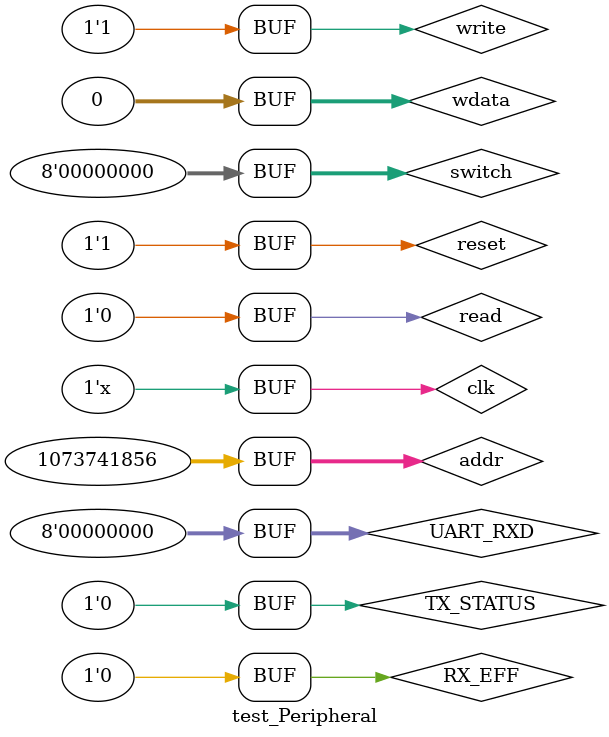
<source format=v>
`timescale 1ns / 1ps


module test_Peripheral;

	// Inputs
	reg clk;
	reg reset;
	reg read;
	reg write;
	reg [31:0] addr;
	reg [31:0] wdata;
	reg [7:0] switch;
	reg [7:0] UART_RXD;
	reg TX_STATUS;
	reg RX_EFF;

	// Outputs
	wire [31:0] rdata;
	wire [7:0] led;
	wire [11:0] digits;
	wire [7:0] UART_TXD;
	wire TX_EN;
	wire RX_READ;
	wire read_acc;
	wire write_acc;
	wire interrupt;

	// Instantiate the Unit Under Test (UUT)
	Peripheral uut (
		.clk(clk), 
		.reset(reset), 
		.read(read), 
		.write(write), 
		.addr(addr), 
		.wdata(wdata), 
		.rdata(rdata), 
		.led(led), 
		.switch(switch), 
		.digits(digits), 
		.UART_TXD(UART_TXD), 
		.UART_RXD(UART_RXD), 
		.TX_STATUS(TX_STATUS), 
		.RX_EFF(RX_EFF), 
		.TX_EN(TX_EN), 
		.RX_READ(RX_READ), 
		.read_acc(read_acc), 
		.write_acc(write_acc), 
		.interrupt(interrupt)
	);

	initial begin
		// Initialize Inputs
		clk = 0;
		reset = 0;
		read = 0;
		write = 0;
		addr = 0;
		wdata = 0;
		switch = 0;
		UART_RXD = 0;
		TX_STATUS = 0;
		RX_EFF = 0;

		// Wait 100 ns for global reset to finish
		#100000;
      reset = 1;
		// Add stimulus here
		
		#100000;
      reset = 1;
		#200000;
		wdata = 32'h000000cc;
		addr = 32'h40000018;
		write = 1'b1;
		
		#200000;
		wdata = 32'h1;
		addr = 32'h40000020;
		write = 1'b1;
		
		#200000;
		wdata = 32'h0;
		addr = 32'h40000020;
		write = 1'b1;
	end
	
	always #100 clk = ~clk;
      
endmodule


</source>
